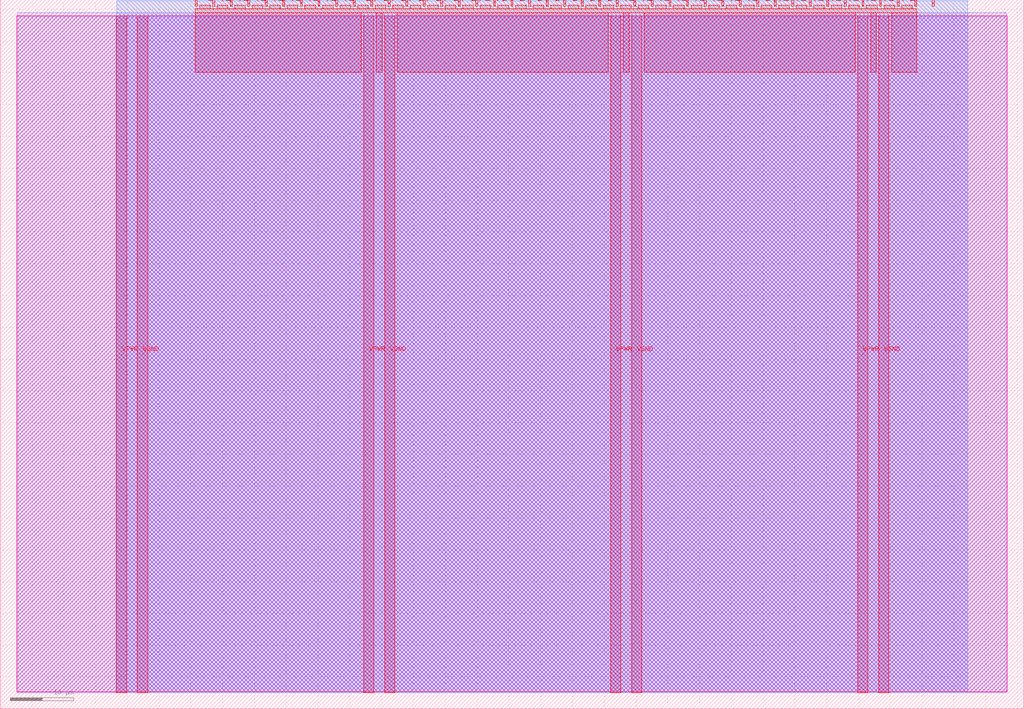
<source format=lef>
VERSION 5.7 ;
  NOWIREEXTENSIONATPIN ON ;
  DIVIDERCHAR "/" ;
  BUSBITCHARS "[]" ;
MACRO tt_um_project
  CLASS BLOCK ;
  FOREIGN tt_um_project ;
  ORIGIN 0.000 0.000 ;
  SIZE 161.000 BY 111.520 ;
  PIN VGND
    DIRECTION INOUT ;
    USE GROUND ;
    PORT
      LAYER met4 ;
        RECT 21.580 2.480 23.180 109.040 ;
    END
    PORT
      LAYER met4 ;
        RECT 60.450 2.480 62.050 109.040 ;
    END
    PORT
      LAYER met4 ;
        RECT 99.320 2.480 100.920 109.040 ;
    END
    PORT
      LAYER met4 ;
        RECT 138.190 2.480 139.790 109.040 ;
    END
  END VGND
  PIN VPWR
    DIRECTION INOUT ;
    USE POWER ;
    PORT
      LAYER met4 ;
        RECT 18.280 2.480 19.880 109.040 ;
    END
    PORT
      LAYER met4 ;
        RECT 57.150 2.480 58.750 109.040 ;
    END
    PORT
      LAYER met4 ;
        RECT 96.020 2.480 97.620 109.040 ;
    END
    PORT
      LAYER met4 ;
        RECT 134.890 2.480 136.490 109.040 ;
    END
  END VPWR
  PIN clk
    DIRECTION INPUT ;
    USE SIGNAL ;
    ANTENNAGATEAREA 0.852000 ;
    PORT
      LAYER met4 ;
        RECT 143.830 110.520 144.130 111.520 ;
    END
  END clk
  PIN ena
    DIRECTION INPUT ;
    USE SIGNAL ;
    PORT
      LAYER met4 ;
        RECT 146.590 110.520 146.890 111.520 ;
    END
  END ena
  PIN rst_n
    DIRECTION INPUT ;
    USE SIGNAL ;
    ANTENNAGATEAREA 0.213000 ;
    PORT
      LAYER met4 ;
        RECT 141.070 110.520 141.370 111.520 ;
    END
  END rst_n
  PIN ui_in[0]
    DIRECTION INPUT ;
    USE SIGNAL ;
    ANTENNAGATEAREA 0.196500 ;
    PORT
      LAYER met4 ;
        RECT 138.310 110.520 138.610 111.520 ;
    END
  END ui_in[0]
  PIN ui_in[1]
    DIRECTION INPUT ;
    USE SIGNAL ;
    ANTENNAGATEAREA 0.196500 ;
    PORT
      LAYER met4 ;
        RECT 135.550 110.520 135.850 111.520 ;
    END
  END ui_in[1]
  PIN ui_in[2]
    DIRECTION INPUT ;
    USE SIGNAL ;
    ANTENNAGATEAREA 0.196500 ;
    PORT
      LAYER met4 ;
        RECT 132.790 110.520 133.090 111.520 ;
    END
  END ui_in[2]
  PIN ui_in[3]
    DIRECTION INPUT ;
    USE SIGNAL ;
    ANTENNAGATEAREA 0.196500 ;
    PORT
      LAYER met4 ;
        RECT 130.030 110.520 130.330 111.520 ;
    END
  END ui_in[3]
  PIN ui_in[4]
    DIRECTION INPUT ;
    USE SIGNAL ;
    ANTENNAGATEAREA 0.196500 ;
    PORT
      LAYER met4 ;
        RECT 127.270 110.520 127.570 111.520 ;
    END
  END ui_in[4]
  PIN ui_in[5]
    DIRECTION INPUT ;
    USE SIGNAL ;
    ANTENNAGATEAREA 0.196500 ;
    PORT
      LAYER met4 ;
        RECT 124.510 110.520 124.810 111.520 ;
    END
  END ui_in[5]
  PIN ui_in[6]
    DIRECTION INPUT ;
    USE SIGNAL ;
    ANTENNAGATEAREA 0.196500 ;
    PORT
      LAYER met4 ;
        RECT 121.750 110.520 122.050 111.520 ;
    END
  END ui_in[6]
  PIN ui_in[7]
    DIRECTION INPUT ;
    USE SIGNAL ;
    ANTENNAGATEAREA 0.196500 ;
    PORT
      LAYER met4 ;
        RECT 118.990 110.520 119.290 111.520 ;
    END
  END ui_in[7]
  PIN uio_in[0]
    DIRECTION INPUT ;
    USE SIGNAL ;
    ANTENNAGATEAREA 0.196500 ;
    PORT
      LAYER met4 ;
        RECT 116.230 110.520 116.530 111.520 ;
    END
  END uio_in[0]
  PIN uio_in[1]
    DIRECTION INPUT ;
    USE SIGNAL ;
    ANTENNAGATEAREA 0.196500 ;
    PORT
      LAYER met4 ;
        RECT 113.470 110.520 113.770 111.520 ;
    END
  END uio_in[1]
  PIN uio_in[2]
    DIRECTION INPUT ;
    USE SIGNAL ;
    ANTENNAGATEAREA 0.196500 ;
    PORT
      LAYER met4 ;
        RECT 110.710 110.520 111.010 111.520 ;
    END
  END uio_in[2]
  PIN uio_in[3]
    DIRECTION INPUT ;
    USE SIGNAL ;
    ANTENNAGATEAREA 0.196500 ;
    PORT
      LAYER met4 ;
        RECT 107.950 110.520 108.250 111.520 ;
    END
  END uio_in[3]
  PIN uio_in[4]
    DIRECTION INPUT ;
    USE SIGNAL ;
    ANTENNAGATEAREA 0.196500 ;
    PORT
      LAYER met4 ;
        RECT 105.190 110.520 105.490 111.520 ;
    END
  END uio_in[4]
  PIN uio_in[5]
    DIRECTION INPUT ;
    USE SIGNAL ;
    ANTENNAGATEAREA 0.196500 ;
    PORT
      LAYER met4 ;
        RECT 102.430 110.520 102.730 111.520 ;
    END
  END uio_in[5]
  PIN uio_in[6]
    DIRECTION INPUT ;
    USE SIGNAL ;
    ANTENNAGATEAREA 0.196500 ;
    PORT
      LAYER met4 ;
        RECT 99.670 110.520 99.970 111.520 ;
    END
  END uio_in[6]
  PIN uio_in[7]
    DIRECTION INPUT ;
    USE SIGNAL ;
    ANTENNAGATEAREA 0.196500 ;
    PORT
      LAYER met4 ;
        RECT 96.910 110.520 97.210 111.520 ;
    END
  END uio_in[7]
  PIN uio_oe[0]
    DIRECTION OUTPUT ;
    USE SIGNAL ;
    PORT
      LAYER met4 ;
        RECT 49.990 110.520 50.290 111.520 ;
    END
  END uio_oe[0]
  PIN uio_oe[1]
    DIRECTION OUTPUT ;
    USE SIGNAL ;
    PORT
      LAYER met4 ;
        RECT 47.230 110.520 47.530 111.520 ;
    END
  END uio_oe[1]
  PIN uio_oe[2]
    DIRECTION OUTPUT ;
    USE SIGNAL ;
    PORT
      LAYER met4 ;
        RECT 44.470 110.520 44.770 111.520 ;
    END
  END uio_oe[2]
  PIN uio_oe[3]
    DIRECTION OUTPUT ;
    USE SIGNAL ;
    PORT
      LAYER met4 ;
        RECT 41.710 110.520 42.010 111.520 ;
    END
  END uio_oe[3]
  PIN uio_oe[4]
    DIRECTION OUTPUT ;
    USE SIGNAL ;
    PORT
      LAYER met4 ;
        RECT 38.950 110.520 39.250 111.520 ;
    END
  END uio_oe[4]
  PIN uio_oe[5]
    DIRECTION OUTPUT ;
    USE SIGNAL ;
    PORT
      LAYER met4 ;
        RECT 36.190 110.520 36.490 111.520 ;
    END
  END uio_oe[5]
  PIN uio_oe[6]
    DIRECTION OUTPUT ;
    USE SIGNAL ;
    PORT
      LAYER met4 ;
        RECT 33.430 110.520 33.730 111.520 ;
    END
  END uio_oe[6]
  PIN uio_oe[7]
    DIRECTION OUTPUT ;
    USE SIGNAL ;
    PORT
      LAYER met4 ;
        RECT 30.670 110.520 30.970 111.520 ;
    END
  END uio_oe[7]
  PIN uio_out[0]
    DIRECTION OUTPUT ;
    USE SIGNAL ;
    PORT
      LAYER met4 ;
        RECT 72.070 110.520 72.370 111.520 ;
    END
  END uio_out[0]
  PIN uio_out[1]
    DIRECTION OUTPUT ;
    USE SIGNAL ;
    PORT
      LAYER met4 ;
        RECT 69.310 110.520 69.610 111.520 ;
    END
  END uio_out[1]
  PIN uio_out[2]
    DIRECTION OUTPUT ;
    USE SIGNAL ;
    PORT
      LAYER met4 ;
        RECT 66.550 110.520 66.850 111.520 ;
    END
  END uio_out[2]
  PIN uio_out[3]
    DIRECTION OUTPUT ;
    USE SIGNAL ;
    PORT
      LAYER met4 ;
        RECT 63.790 110.520 64.090 111.520 ;
    END
  END uio_out[3]
  PIN uio_out[4]
    DIRECTION OUTPUT ;
    USE SIGNAL ;
    PORT
      LAYER met4 ;
        RECT 61.030 110.520 61.330 111.520 ;
    END
  END uio_out[4]
  PIN uio_out[5]
    DIRECTION OUTPUT ;
    USE SIGNAL ;
    PORT
      LAYER met4 ;
        RECT 58.270 110.520 58.570 111.520 ;
    END
  END uio_out[5]
  PIN uio_out[6]
    DIRECTION OUTPUT ;
    USE SIGNAL ;
    PORT
      LAYER met4 ;
        RECT 55.510 110.520 55.810 111.520 ;
    END
  END uio_out[6]
  PIN uio_out[7]
    DIRECTION OUTPUT ;
    USE SIGNAL ;
    PORT
      LAYER met4 ;
        RECT 52.750 110.520 53.050 111.520 ;
    END
  END uio_out[7]
  PIN uo_out[0]
    DIRECTION OUTPUT ;
    USE SIGNAL ;
    ANTENNADIFFAREA 0.445500 ;
    PORT
      LAYER met4 ;
        RECT 94.150 110.520 94.450 111.520 ;
    END
  END uo_out[0]
  PIN uo_out[1]
    DIRECTION OUTPUT ;
    USE SIGNAL ;
    ANTENNADIFFAREA 0.445500 ;
    PORT
      LAYER met4 ;
        RECT 91.390 110.520 91.690 111.520 ;
    END
  END uo_out[1]
  PIN uo_out[2]
    DIRECTION OUTPUT ;
    USE SIGNAL ;
    ANTENNADIFFAREA 0.445500 ;
    PORT
      LAYER met4 ;
        RECT 88.630 110.520 88.930 111.520 ;
    END
  END uo_out[2]
  PIN uo_out[3]
    DIRECTION OUTPUT ;
    USE SIGNAL ;
    ANTENNADIFFAREA 0.445500 ;
    PORT
      LAYER met4 ;
        RECT 85.870 110.520 86.170 111.520 ;
    END
  END uo_out[3]
  PIN uo_out[4]
    DIRECTION OUTPUT ;
    USE SIGNAL ;
    ANTENNADIFFAREA 0.445500 ;
    PORT
      LAYER met4 ;
        RECT 83.110 110.520 83.410 111.520 ;
    END
  END uo_out[4]
  PIN uo_out[5]
    DIRECTION OUTPUT ;
    USE SIGNAL ;
    ANTENNADIFFAREA 0.445500 ;
    PORT
      LAYER met4 ;
        RECT 80.350 110.520 80.650 111.520 ;
    END
  END uo_out[5]
  PIN uo_out[6]
    DIRECTION OUTPUT ;
    USE SIGNAL ;
    ANTENNADIFFAREA 0.445500 ;
    PORT
      LAYER met4 ;
        RECT 77.590 110.520 77.890 111.520 ;
    END
  END uo_out[6]
  PIN uo_out[7]
    DIRECTION OUTPUT ;
    USE SIGNAL ;
    ANTENNADIFFAREA 0.445500 ;
    PORT
      LAYER met4 ;
        RECT 74.830 110.520 75.130 111.520 ;
    END
  END uo_out[7]
  OBS
      LAYER nwell ;
        RECT 2.570 2.635 158.430 108.990 ;
      LAYER li1 ;
        RECT 2.760 2.635 158.240 108.885 ;
      LAYER met1 ;
        RECT 2.760 2.480 158.240 109.440 ;
      LAYER met2 ;
        RECT 18.310 2.535 152.170 111.365 ;
      LAYER met3 ;
        RECT 18.290 2.555 152.195 111.345 ;
      LAYER met4 ;
        RECT 31.370 110.120 33.030 110.665 ;
        RECT 34.130 110.120 35.790 110.665 ;
        RECT 36.890 110.120 38.550 110.665 ;
        RECT 39.650 110.120 41.310 110.665 ;
        RECT 42.410 110.120 44.070 110.665 ;
        RECT 45.170 110.120 46.830 110.665 ;
        RECT 47.930 110.120 49.590 110.665 ;
        RECT 50.690 110.120 52.350 110.665 ;
        RECT 53.450 110.120 55.110 110.665 ;
        RECT 56.210 110.120 57.870 110.665 ;
        RECT 58.970 110.120 60.630 110.665 ;
        RECT 61.730 110.120 63.390 110.665 ;
        RECT 64.490 110.120 66.150 110.665 ;
        RECT 67.250 110.120 68.910 110.665 ;
        RECT 70.010 110.120 71.670 110.665 ;
        RECT 72.770 110.120 74.430 110.665 ;
        RECT 75.530 110.120 77.190 110.665 ;
        RECT 78.290 110.120 79.950 110.665 ;
        RECT 81.050 110.120 82.710 110.665 ;
        RECT 83.810 110.120 85.470 110.665 ;
        RECT 86.570 110.120 88.230 110.665 ;
        RECT 89.330 110.120 90.990 110.665 ;
        RECT 92.090 110.120 93.750 110.665 ;
        RECT 94.850 110.120 96.510 110.665 ;
        RECT 97.610 110.120 99.270 110.665 ;
        RECT 100.370 110.120 102.030 110.665 ;
        RECT 103.130 110.120 104.790 110.665 ;
        RECT 105.890 110.120 107.550 110.665 ;
        RECT 108.650 110.120 110.310 110.665 ;
        RECT 111.410 110.120 113.070 110.665 ;
        RECT 114.170 110.120 115.830 110.665 ;
        RECT 116.930 110.120 118.590 110.665 ;
        RECT 119.690 110.120 121.350 110.665 ;
        RECT 122.450 110.120 124.110 110.665 ;
        RECT 125.210 110.120 126.870 110.665 ;
        RECT 127.970 110.120 129.630 110.665 ;
        RECT 130.730 110.120 132.390 110.665 ;
        RECT 133.490 110.120 135.150 110.665 ;
        RECT 136.250 110.120 137.910 110.665 ;
        RECT 139.010 110.120 140.670 110.665 ;
        RECT 141.770 110.120 143.430 110.665 ;
        RECT 30.655 109.440 144.145 110.120 ;
        RECT 30.655 100.135 56.750 109.440 ;
        RECT 59.150 100.135 60.050 109.440 ;
        RECT 62.450 100.135 95.620 109.440 ;
        RECT 98.020 100.135 98.920 109.440 ;
        RECT 101.320 100.135 134.490 109.440 ;
        RECT 136.890 100.135 137.790 109.440 ;
        RECT 140.190 100.135 144.145 109.440 ;
  END
END tt_um_project
END LIBRARY


</source>
